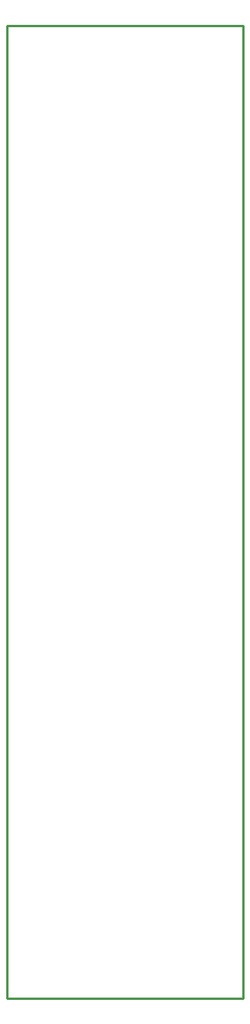
<source format=gko>
G04 Layer: BoardOutlineLayer*
G04 EasyEDA v6.5.29, 2023-07-16 15:11:24*
G04 69541b314f914e7eb76376b61f0081d1,5a6b42c53f6a479593ecc07194224c93,10*
G04 Gerber Generator version 0.2*
G04 Scale: 100 percent, Rotated: No, Reflected: No *
G04 Dimensions in millimeters *
G04 leading zeros omitted , absolute positions ,4 integer and 5 decimal *
%FSLAX45Y45*%
%MOMM*%

%ADD10C,0.2540*%
D10*
X215900Y11430000D02*
G01*
X2794000Y11430000D01*
X2794000Y825500D01*
X215900Y825500D01*
X215900Y11430000D01*

%LPD*%
M02*

</source>
